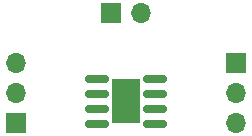
<source format=gbr>
%TF.GenerationSoftware,KiCad,Pcbnew,7.0.11*%
%TF.CreationDate,2024-08-15T23:53:52-03:00*%
%TF.ProjectId,amplifiers,616d706c-6966-4696-9572-732e6b696361,0.1*%
%TF.SameCoordinates,Original*%
%TF.FileFunction,Soldermask,Top*%
%TF.FilePolarity,Negative*%
%FSLAX46Y46*%
G04 Gerber Fmt 4.6, Leading zero omitted, Abs format (unit mm)*
G04 Created by KiCad (PCBNEW 7.0.11) date 2024-08-15 23:53:52*
%MOMM*%
%LPD*%
G01*
G04 APERTURE LIST*
G04 Aperture macros list*
%AMRoundRect*
0 Rectangle with rounded corners*
0 $1 Rounding radius*
0 $2 $3 $4 $5 $6 $7 $8 $9 X,Y pos of 4 corners*
0 Add a 4 corners polygon primitive as box body*
4,1,4,$2,$3,$4,$5,$6,$7,$8,$9,$2,$3,0*
0 Add four circle primitives for the rounded corners*
1,1,$1+$1,$2,$3*
1,1,$1+$1,$4,$5*
1,1,$1+$1,$6,$7*
1,1,$1+$1,$8,$9*
0 Add four rect primitives between the rounded corners*
20,1,$1+$1,$2,$3,$4,$5,0*
20,1,$1+$1,$4,$5,$6,$7,0*
20,1,$1+$1,$6,$7,$8,$9,0*
20,1,$1+$1,$8,$9,$2,$3,0*%
G04 Aperture macros list end*
%ADD10RoundRect,0.150000X-0.825000X-0.150000X0.825000X-0.150000X0.825000X0.150000X-0.825000X0.150000X0*%
%ADD11R,2.410000X3.810000*%
%ADD12R,1.700000X1.700000*%
%ADD13O,1.700000X1.700000*%
G04 APERTURE END LIST*
D10*
%TO.C,U1*%
X147035000Y-87845000D03*
X147035000Y-89115000D03*
X147035000Y-90385000D03*
X147035000Y-91655000D03*
X151985000Y-91655000D03*
X151985000Y-90385000D03*
X151985000Y-89115000D03*
X151985000Y-87845000D03*
D11*
X149510000Y-89750000D03*
%TD*%
D12*
%TO.C,J3*%
X158800000Y-86500000D03*
D13*
X158800000Y-89040000D03*
X158800000Y-91580000D03*
%TD*%
D12*
%TO.C,J1*%
X140200000Y-91580000D03*
D13*
X140200000Y-89040000D03*
X140200000Y-86500000D03*
%TD*%
D12*
%TO.C,J2*%
X148230000Y-82300000D03*
D13*
X150770000Y-82300000D03*
%TD*%
M02*

</source>
